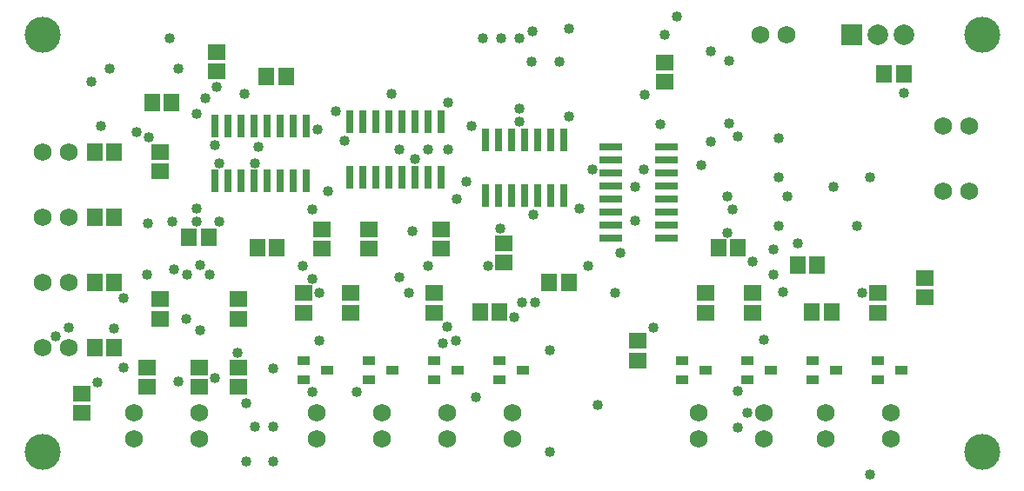
<source format=gts>
G04 DipTrace 2.2.0.9*
%INTopMask.gbr*%
%MOIN*%
%ADD24C,0.04*%
%ADD26C,0.1378*%
%ADD31R,0.0867X0.0316*%
%ADD33C,0.0789*%
%ADD35R,0.0789X0.0789*%
%ADD37R,0.0316X0.0867*%
%ADD39R,0.0493X0.0336*%
%ADD41C,0.068*%
%ADD43R,0.0592X0.0671*%
%ADD45R,0.0671X0.0592*%
%FSLAX44Y44*%
%SFA1B1*%
%OFA0B0*%
G04*
G70*
G90*
G75*
G01*
%LNTopMask*%
%LPD*%
D24*
X8188Y10173D3*
X33990Y15256D3*
X23727Y18599D3*
X9038Y17705D3*
X20973Y17056D3*
X34376Y13443D3*
X9438Y12249D3*
X38440Y19196D3*
X20220Y12572D3*
X31871Y14745D3*
X10640Y8155D3*
X30691Y16440D3*
X27395Y11529D3*
X20973Y18849D3*
X9473Y14218D3*
X12130Y19457D3*
X9503Y17505D3*
X31671Y15256D3*
X16669Y18495D3*
X22527Y12572D3*
X17019Y17375D3*
X23727Y18099D3*
X28507Y19142D3*
X27595Y13072D3*
X29290Y21440D3*
X12055Y17219D3*
X7535Y8094D3*
X5940Y9864D3*
X20205Y17025D3*
X8538Y11346D3*
X11355Y14285D3*
X19620Y13899D3*
X32071Y17542D3*
X11499Y12617D3*
X13725Y17149D3*
X26031Y14774D3*
X11685Y18995D3*
X28142Y14295D3*
X19705Y16675D3*
X28142Y15595D3*
X32440Y6940D3*
X32644Y12745D3*
X33439Y13193D3*
Y12245D3*
X33821Y11583D3*
X36846Y11529D3*
X15419Y12585D3*
X37166Y4590D3*
X33640Y15974D3*
X37166D3*
X32071Y7764D3*
X28857Y10216D3*
X25608Y18299D3*
Y21689D3*
X24227Y21579D3*
X22327Y21323D3*
X10305D3*
X7668Y17927D3*
X25258Y20400D3*
X8018Y20157D3*
X10655D3*
X23027Y21323D3*
X23727D3*
X29132Y18024D3*
X29735Y22129D3*
X24882Y9347D3*
Y5440D3*
X16040Y9699D3*
Y11529D3*
X23512Y10615D3*
X20947Y10225D3*
X21297Y9694D3*
X23827Y11185D3*
X19470Y11529D3*
X24327Y11185D3*
X19120Y12149D3*
X14294Y6417D3*
X13594D3*
X10945Y10548D3*
X10999Y12249D3*
X8538Y8688D3*
X6440Y10218D3*
X10499Y12449D3*
X26714Y7238D3*
X24245Y14542D3*
X26364Y12572D3*
X32071Y6390D3*
X7318Y19639D3*
X11853Y12249D3*
X10405Y14285D3*
X13189Y19167D3*
X18806D3*
X12207Y14285D3*
X12917Y9244D3*
X15769Y14742D3*
Y12085D3*
X14294Y8640D3*
X21873Y17949D3*
X22052Y7540D3*
X20797Y9602D3*
X15975Y17795D3*
X11355Y18417D3*
Y14785D3*
X11499Y10123D3*
X12040Y8290D3*
X14294Y5090D3*
X13244D3*
Y7315D3*
X16390Y15437D3*
X19120Y17025D3*
X22977Y13997D3*
X12207Y16519D3*
X13573D3*
X24186Y20400D3*
X21323Y15142D3*
X17490Y7740D3*
X15790D3*
X21673Y15823D3*
X26519Y16273D3*
X28492D3*
X31041Y17356D3*
Y20800D3*
X36666Y14124D3*
X33640D3*
X35766Y15624D3*
X33640Y17474D3*
X31741Y18042D3*
Y20450D3*
X31684Y13856D3*
X33089Y9737D3*
D45*
X9946Y16949D3*
Y16201D3*
X12949Y10548D3*
Y11296D3*
X9946Y10548D3*
Y11296D3*
D43*
X38440Y19940D3*
X37692D3*
X9651Y18838D3*
X10399D3*
D45*
X20710Y13985D3*
Y13237D3*
X23128Y12693D3*
Y13441D3*
X12130Y20025D3*
Y20773D3*
D43*
X11801Y13690D3*
X11053D3*
D45*
X29290Y19635D3*
Y20383D3*
D43*
X14019Y19852D3*
X14767D3*
D41*
X32940Y21440D3*
X33940D3*
D26*
X5440Y5440D3*
Y21440D3*
X41440D3*
Y5440D3*
D41*
X8940Y5940D3*
Y6940D3*
X37940D3*
Y5940D3*
X35440Y6940D3*
Y5940D3*
X33073Y6940D3*
Y5940D3*
X30573Y6940D3*
Y5940D3*
X40940Y17940D3*
X39940D3*
X40940Y15440D3*
X39940D3*
D39*
X29940Y8940D3*
Y8192D3*
X30846Y8566D3*
X32440Y8940D3*
Y8192D3*
X33346Y8566D3*
X34940Y8940D3*
Y8192D3*
X35846Y8566D3*
X37440Y8940D3*
Y8192D3*
X38346Y8566D3*
X15440Y8940D3*
Y8192D3*
X16346Y8566D3*
X17940Y8940D3*
Y8192D3*
X18846Y8566D3*
X20440Y8940D3*
Y8192D3*
X21346Y8566D3*
X22940Y8940D3*
Y8192D3*
X23846Y8566D3*
D45*
X28237Y9696D3*
Y8948D3*
X30850Y10781D3*
Y11529D3*
X32644D3*
Y10781D3*
D43*
X32082Y13261D3*
X31334D3*
X35670Y10804D3*
X34922D3*
X35124Y12598D3*
X34376D3*
D45*
X37441Y11529D3*
Y10781D3*
X39235Y11366D3*
Y12114D3*
D43*
X7440Y16940D3*
X8188D3*
X7440Y9440D3*
X8188D3*
X7440Y11940D3*
X8188D3*
X7440Y14440D3*
X8188D3*
D45*
X15445Y11529D3*
Y10781D3*
X17239D3*
Y11529D3*
X17941Y13986D3*
Y13238D3*
X16147D3*
Y13986D3*
X20437Y11529D3*
Y10781D3*
D43*
X25608Y11935D3*
X24860D3*
X22208Y10804D3*
X22956D3*
X14415Y13261D3*
X13667D3*
D45*
X11440Y7940D3*
Y8688D3*
X12940Y7940D3*
Y8688D3*
X6940Y6940D3*
Y7688D3*
X9440Y7940D3*
Y8688D3*
D41*
X11440Y5940D3*
Y6940D3*
X6440Y9440D3*
X5440D3*
X6440Y11940D3*
X5440D3*
X6440Y14440D3*
X5440D3*
X6440Y16940D3*
X5440D3*
D35*
X36440Y21440D3*
D33*
X38440D3*
X37440D3*
D37*
X15557Y17951D3*
X15057D3*
X14557D3*
X14057D3*
X13557D3*
X13057D3*
X12557D3*
X12057D3*
Y15825D3*
X12557D3*
X13057D3*
X13557D3*
X14057D3*
X14557D3*
X15057D3*
X15557D3*
X17205Y15981D3*
X17705D3*
X18205D3*
X18705D3*
X19205D3*
X19705D3*
X20205D3*
X20705D3*
Y18107D3*
X20205D3*
X19705D3*
X19205D3*
X18705D3*
X18205D3*
X17705D3*
X17205D3*
X22408Y15279D3*
X22908D3*
X23408D3*
X23908D3*
X24408D3*
X24908D3*
X25408D3*
Y17405D3*
X24908D3*
X24408D3*
X23908D3*
X23408D3*
X22908D3*
X22408D3*
D31*
X27213Y17156D3*
Y16656D3*
Y16156D3*
Y15656D3*
Y15156D3*
Y14656D3*
Y14156D3*
Y13656D3*
X29339D3*
Y14156D3*
Y14656D3*
Y15156D3*
Y15656D3*
Y16156D3*
Y16656D3*
Y17156D3*
D41*
X23440Y6940D3*
Y5940D3*
X20940Y6940D3*
Y5940D3*
X18440Y6940D3*
Y5940D3*
X15940Y6940D3*
Y5940D3*
M02*

</source>
